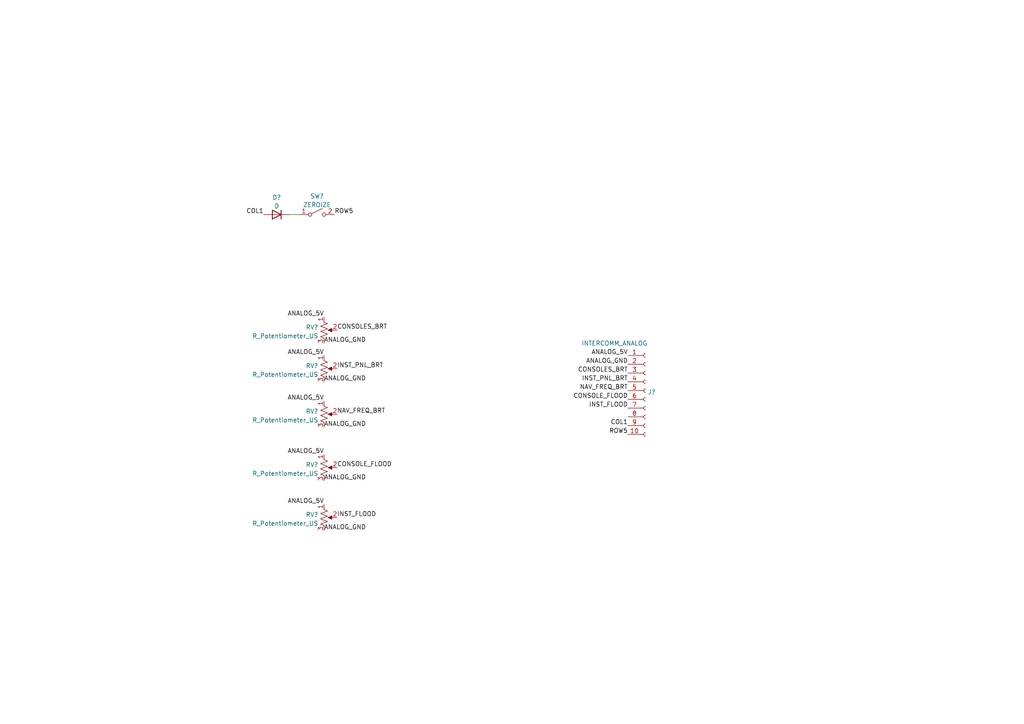
<source format=kicad_sch>
(kicad_sch (version 20211123) (generator eeschema)
  (paper "A4")
  (lib_symbols
    (symbol "Connector:Conn_01x10_Female" (pin_names (offset 1.016) hide)
      (property "Reference" "J" (at 0 12.7 0))
      (property "Value" "Conn_01x10_Female" (at 0 -15.24 0))
      (symbol "Conn_01x10_Female_1_1"
        (arc (start 0 -12.192) (mid -0.508 -12.7) (end 0 -13.208) (stroke (width 0.1524)))
        (arc (start 0 -9.652) (mid -0.508 -10.16) (end 0 -10.668) (stroke (width 0.1524)))
        (arc (start 0 -7.112) (mid -0.508 -7.62) (end 0 -8.128) (stroke (width 0.1524)))
        (arc (start 0 -4.572) (mid -0.508 -5.08) (end 0 -5.588) (stroke (width 0.1524)))
        (arc (start 0 -2.032) (mid -0.508 -2.54) (end 0 -3.048) (stroke (width 0.1524)))
        (polyline (pts (xy -1.27 -12.7) (xy -0.508 -12.7)) (stroke (width 0.1524)))
        (polyline (pts (xy -1.27 -10.16) (xy -0.508 -10.16)) (stroke (width 0.1524)))
        (polyline (pts (xy -1.27 -7.62) (xy -0.508 -7.62)) (stroke (width 0.1524)))
        (polyline (pts (xy -1.27 -5.08) (xy -0.508 -5.08)) (stroke (width 0.1524)))
        (polyline (pts (xy -1.27 -2.54) (xy -0.508 -2.54)) (stroke (width 0.1524)))
        (polyline (pts (xy -1.27 0) (xy -0.508 0)) (stroke (width 0.1524)))
        (polyline (pts (xy -1.27 2.54) (xy -0.508 2.54)) (stroke (width 0.1524)))
        (polyline (pts (xy -1.27 5.08) (xy -0.508 5.08)) (stroke (width 0.1524)))
        (polyline (pts (xy -1.27 7.62) (xy -0.508 7.62)) (stroke (width 0.1524)))
        (polyline (pts (xy -1.27 10.16) (xy -0.508 10.16)) (stroke (width 0.1524)))
        (arc (start 0 0.508) (mid -0.508 0) (end 0 -0.508) (stroke (width 0.1524)))
        (arc (start 0 3.048) (mid -0.508 2.54) (end 0 2.032) (stroke (width 0.1524)))
        (arc (start 0 5.588) (mid -0.508 5.08) (end 0 4.572) (stroke (width 0.1524)))
        (arc (start 0 8.128) (mid -0.508 7.62) (end 0 7.112) (stroke (width 0.1524)))
        (arc (start 0 10.668) (mid -0.508 10.16) (end 0 9.652) (stroke (width 0.1524)))
        (pin passive line (at -5.08 10.16 0) (length 3.81) (name "Pin_1") (number "1"))
        (pin passive line (at -5.08 -12.7 0) (length 3.81) (name "Pin_10") (number "10"))
        (pin passive line (at -5.08 7.62 0) (length 3.81) (name "Pin_2") (number "2"))
        (pin passive line (at -5.08 5.08 0) (length 3.81) (name "Pin_3") (number "3"))
        (pin passive line (at -5.08 2.54 0) (length 3.81) (name "Pin_4") (number "4"))
        (pin passive line (at -5.08 0 0) (length 3.81) (name "Pin_5") (number "5"))
        (pin passive line (at -5.08 -2.54 0) (length 3.81) (name "Pin_6") (number "6"))
        (pin passive line (at -5.08 -5.08 0) (length 3.81) (name "Pin_7") (number "7"))
        (pin passive line (at -5.08 -7.62 0) (length 3.81) (name "Pin_8") (number "8"))
        (pin passive line (at -5.08 -10.16 0) (length 3.81) (name "Pin_9") (number "9"))
      )
    )
    (symbol "Device:D" (pin_numbers hide) (pin_names (offset 1.016) hide)
      (property "Reference" "D" (at 0 2.54 0))
      (property "Value" "D" (at 0 -2.54 0))
      (symbol "D_0_1"
        (polyline (pts (xy -1.27 1.27) (xy -1.27 -1.27)) (stroke (width 0.254)))
        (polyline (pts (xy 1.27 0) (xy -1.27 0)))
        (polyline (pts (xy 1.27 1.27) (xy 1.27 -1.27) (xy -1.27 0) (xy 1.27 1.27)) (stroke (width 0.254)))
      )
      (symbol "D_1_1"
        (pin passive line (at -3.81 0 0) (length 2.54) (name "K") (number "1"))
        (pin passive line (at 3.81 0 180) (length 2.54) (name "A") (number "2"))
      )
    )
    (symbol "Device:R_Potentiometer_US" (pin_names (offset 1.016) hide)
      (property "Reference" "RV" (at -4.445 0 90))
      (property "Value" "R_Potentiometer_US" (at -2.54 0 90))
      (symbol "R_Potentiometer_US_0_1"
        (polyline (pts (xy 0 -2.286) (xy 0 -2.54)))
        (polyline (pts (xy 0 2.54) (xy 0 2.286)))
        (polyline (pts (xy 2.54 0) (xy 1.524 0)))
        (polyline (pts (xy 1.143 0) (xy 2.286 0.508) (xy 2.286 -0.508) (xy 1.143 0)) (fill (type outline)))
        (polyline (pts (xy 0 -0.762) (xy 1.016 -1.143) (xy 0 -1.524) (xy -1.016 -1.905) (xy 0 -2.286)))
        (polyline (pts (xy 0 0.762) (xy 1.016 0.381) (xy 0 0) (xy -1.016 -0.381) (xy 0 -0.762)))
        (polyline (pts (xy 0 2.286) (xy 1.016 1.905) (xy 0 1.524) (xy -1.016 1.143) (xy 0 0.762)))
      )
      (symbol "R_Potentiometer_US_1_1"
        (pin passive line (at 0 3.81 270) (length 1.27) (name "1") (number "1"))
        (pin passive line (at 3.81 0 180) (length 1.27) (name "2") (number "2"))
        (pin passive line (at 0 -3.81 90) (length 1.27) (name "3") (number "3"))
      )
    )
    (symbol "Switch:SW_SPST" (pin_names (offset 0) hide)
      (property "Reference" "SW" (at 0 3.175 0))
      (property "Value" "SW_SPST" (at 0 -2.54 0))
      (symbol "SW_SPST_0_0"
        (circle (center -2.032 0) (radius 0.508))
        (polyline (pts (xy -1.524 0.254) (xy 1.524 1.778)))
        (circle (center 2.032 0) (radius 0.508))
      )
      (symbol "SW_SPST_1_1"
        (pin passive line (at -5.08 0 0) (length 2.54) (name "A") (number "1"))
        (pin passive line (at 5.08 0 180) (length 2.54) (name "B") (number "2"))
      )
    )
  )
  (wire (pts (xy 84.074 62.23) (xy 86.868 62.23)))
  (label "ANALOG_5V" (at 93.98 146.304 180))
  (label "INST_FLOOD" (at 97.79 150.114 0))
  (label "INST_PNL_BRT" (at 97.79 106.934 0))
  (label "CONSOLES_BRT" (at 182.118 108.204 180))
  (label "ANALOG_GND" (at 93.98 123.952 0))
  (label "COL1" (at 76.454 62.23 180))
  (label "NAV_FREQ_BRT" (at 97.79 120.142 0))
  (label "ANALOG_GND" (at 93.98 153.924 0))
  (label "INST_PNL_BRT" (at 182.118 110.744 180))
  (label "INST_FLOOD" (at 182.118 118.364 180))
  (label "COL1" (at 182.118 123.444 180))
  (label "CONSOLE_FLOOD" (at 97.79 135.636 0))
  (label "ANALOG_GND" (at 93.98 110.744 0))
  (label "ANALOG_5V" (at 182.118 103.124 180))
  (label "ANALOG_5V" (at 93.98 131.826 180))
  (label "CONSOLES_BRT" (at 97.79 95.758 0))
  (label "ANALOG_GND" (at 182.118 105.664 180))
  (label "NAV_FREQ_BRT" (at 182.118 113.284 180))
  (label "ANALOG_GND" (at 93.98 139.446 0))
  (label "ANALOG_5V" (at 93.98 116.332 180))
  (label "ANALOG_5V" (at 93.98 103.124 180))
  (label "ANALOG_5V" (at 93.98 91.948 180))
  (label "CONSOLE_FLOOD" (at 182.118 115.824 180))
  (label "ANALOG_GND" (at 93.98 99.568 0))
  (label "ROW5" (at 182.118 125.984 180))
  (label "ROW5" (at 97.028 62.23 0))
  (symbol (lib_id "Switch:SW_SPST") (at 91.948 62.23 0) (unit 1)
    (property "Reference" "SW?" (at 91.948 56.8792 0))
    (property "Value" "ZEROIZE" (at 91.948 59.4161 0))
  )
  (symbol (lib_id "Device:R_Potentiometer_US") (at 93.98 150.114 0) (unit 1)
    (property "Reference" "RV?" (at 92.3291 149.2793 0) (effects (justify right)))
    (property "Value" "R_Potentiometer_US" (at 92.3291 151.8162 0) (effects (justify right)))
  )
  (symbol (lib_id "Device:R_Potentiometer_US") (at 93.98 120.142 0) (unit 1)
    (property "Reference" "RV?" (at 92.3291 119.3073 0) (effects (justify right)))
    (property "Value" "R_Potentiometer_US" (at 92.3291 121.8442 0) (effects (justify right)))
  )
  (symbol (lib_id "Device:R_Potentiometer_US") (at 93.98 135.636 0) (unit 1)
    (property "Reference" "RV?" (at 92.3291 134.8013 0) (effects (justify right)))
    (property "Value" "R_Potentiometer_US" (at 92.3291 137.3382 0) (effects (justify right)))
  )
  (symbol (lib_id "Device:D") (at 80.264 62.23 180) (unit 1)
    (property "Reference" "D?" (at 80.264 57.2602 0))
    (property "Value" "D" (at 80.264 59.7971 0))
  )
  (symbol (lib_id "Connector:Conn_01x10_Female") (at 187.198 113.284 0) (unit 1)
    (property "Reference" "J?" (at 187.9092 113.7193 0) (effects (justify left)))
    (property "Value" "INTERCOMM_ANALOG" (at 168.656 99.568 0) (effects (justify left)))
    (property "Footprint" "Connector_Molex:Molex_KK-254_AE-6410-10A_1x10_P2.54mm_Vertical" (effects hide))
  )
  (symbol (lib_id "Device:R_Potentiometer_US") (at 93.98 106.934 0) (unit 1)
    (property "Reference" "RV?" (at 92.3291 106.0993 0) (effects (justify right)))
    (property "Value" "R_Potentiometer_US" (at 92.3291 108.6362 0) (effects (justify right)))
  )
  (symbol (lib_id "Device:R_Potentiometer_US") (at 93.98 95.758 0) (unit 1)
    (property "Reference" "RV?" (at 92.3291 94.9233 0) (effects (justify right)))
    (property "Value" "R_Potentiometer_US" (at 92.3291 97.4602 0) (effects (justify right)))
  )
)
</source>
